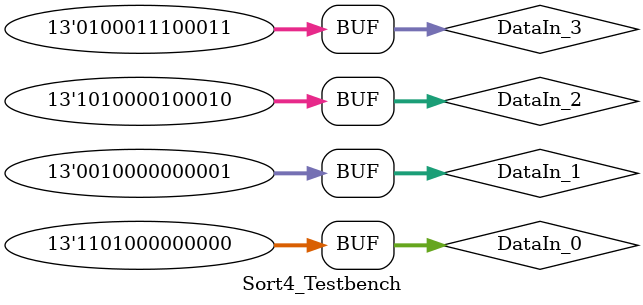
<source format=v>
`timescale 1ns / 1ps

module Sort4_Testbench;

	// Inputs
	reg [12:0] DataIn_0, DataIn_1, DataIn_2, DataIn_3;

	// Outputs
	wire [7:0] Value_0, Value_1, Value_2, Value_3;
	wire [4:0] Index_0, Index_1, Index_2, Index_3;

	// Instantiate the Unit Under Test (UUT)
	Sort4 uut (
		.DataIn_0(DataIn_0), 
		.DataIn_1(DataIn_1), 
		.DataIn_2(DataIn_2), 
		.DataIn_3(DataIn_3), 
		.DataOut_0({Value_0, Index_0}), 
		.DataOut_1({Value_1, Index_1}), 
		.DataOut_2({Value_2, Index_2}), 
		.DataOut_3({Value_3, Index_3})
	);

	initial begin
		// Initialize Inputs
		DataIn_0 = {8'd208,	5'd0};
		DataIn_1 = {8'd32,	5'd1};
		DataIn_2 = {8'd161,	5'd2};
		DataIn_3 = {8'd71,	5'd3};
		// Wait 100 ns for global reset to finish
		#100;
        
		// Add stimulus here

	end
      
endmodule


</source>
